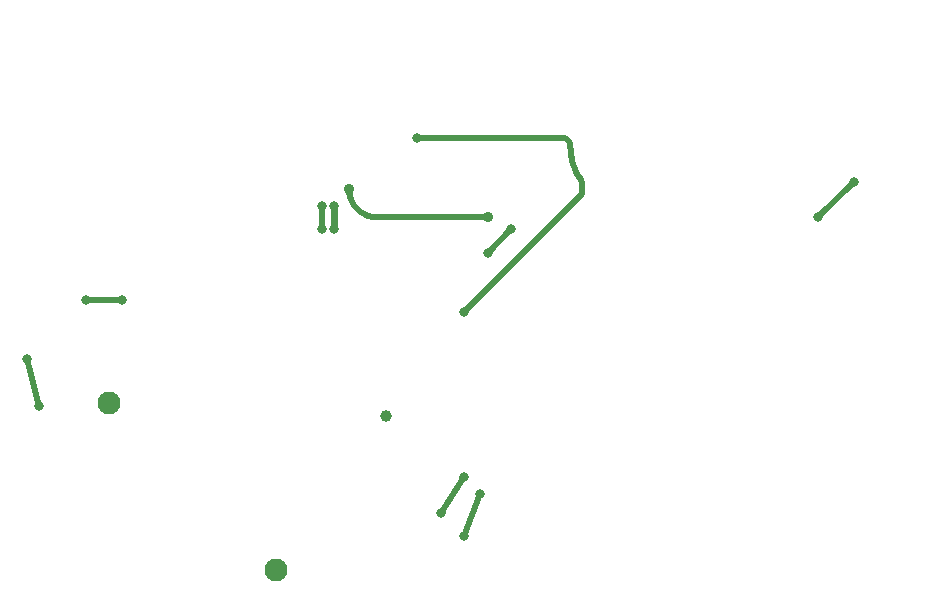
<source format=gtl>
G75*
%MOIN*%
%OFA0B0*%
%FSLAX25Y25*%
%IPPOS*%
%LPD*%
%AMOC8*
5,1,8,0,0,1.08239X$1,22.5*
%
%ADD10R,0.14961X0.00394*%
%ADD11R,0.06693X0.00394*%
%ADD12R,0.06299X0.00394*%
%ADD13R,0.04331X0.00394*%
%ADD14R,0.03150X0.00394*%
%ADD15R,0.01969X0.00394*%
%ADD16R,0.00394X0.00394*%
%ADD17R,0.02362X0.00394*%
%ADD18R,0.03543X0.00394*%
%ADD19R,0.03937X0.00394*%
%ADD20R,0.04724X0.00394*%
%ADD21R,0.11811X0.00394*%
%ADD22R,0.00787X0.00394*%
%ADD23R,0.01575X0.00394*%
%ADD24R,0.12598X0.00394*%
%ADD25R,0.13386X0.00394*%
%ADD26R,0.23622X0.00394*%
%ADD27R,0.24409X0.00394*%
%ADD28R,0.25984X0.00394*%
%ADD29R,0.25591X0.00394*%
%ADD30R,0.25197X0.00394*%
%ADD31R,0.24016X0.00394*%
%ADD32R,0.05512X0.00394*%
%ADD33R,0.08268X0.00394*%
%ADD34R,0.22835X0.00394*%
%ADD35R,0.10236X0.00394*%
%ADD36R,0.14567X0.00394*%
%ADD37R,0.15748X0.00394*%
%ADD38R,0.02756X0.00394*%
%ADD39R,0.27559X0.00394*%
%ADD40R,0.16535X0.00394*%
%ADD41R,0.30709X0.00394*%
%ADD42R,0.17323X0.00394*%
%ADD43R,0.18504X0.00394*%
%ADD44R,0.31496X0.00394*%
%ADD45R,0.08661X0.00394*%
%ADD46R,0.18898X0.00394*%
%ADD47R,0.19685X0.00394*%
%ADD48R,0.32283X0.00394*%
%ADD49R,0.11417X0.00394*%
%ADD50R,0.20472X0.00394*%
%ADD51R,0.21260X0.00394*%
%ADD52R,0.21654X0.00394*%
%ADD53R,0.14173X0.00394*%
%ADD54R,0.09843X0.00394*%
%ADD55R,0.09055X0.00394*%
%ADD56R,0.07480X0.00394*%
%ADD57R,0.07874X0.00394*%
%ADD58R,0.28346X0.00394*%
%ADD59R,0.16929X0.00394*%
%ADD60R,0.07087X0.00394*%
%ADD61R,0.05906X0.00394*%
%ADD62R,0.05118X0.00394*%
%ADD63R,0.31102X0.00394*%
%ADD64R,0.19291X0.00394*%
%ADD65R,0.09449X0.00394*%
%ADD66R,0.20079X0.00394*%
%ADD67R,0.13780X0.00394*%
%ADD68R,0.01181X0.00394*%
%ADD69R,0.10630X0.00394*%
%ADD70R,0.18110X0.00394*%
%ADD71R,0.16142X0.00394*%
%ADD72R,0.12992X0.00394*%
%ADD73R,0.12205X0.00394*%
%ADD74R,0.80709X0.00394*%
%ADD75R,0.80315X0.00394*%
%ADD76R,0.81102X0.00394*%
%ADD77R,0.81496X0.00394*%
%ADD78R,0.81890X0.00394*%
%ADD79R,0.82283X0.00394*%
%ADD80R,0.82677X0.00394*%
%ADD81R,0.83071X0.00394*%
%ADD82R,0.83465X0.00394*%
%ADD83R,0.83858X0.00394*%
%ADD84R,0.84252X0.00394*%
%ADD85R,0.84646X0.00394*%
%ADD86R,1.18110X0.00394*%
%ADD87R,1.17323X0.00394*%
%ADD88R,1.16929X0.00394*%
%ADD89R,1.16535X0.00394*%
%ADD90R,1.16142X0.00394*%
%ADD91R,1.15748X0.00394*%
%ADD92R,1.15354X0.00394*%
%ADD93R,1.14567X0.00394*%
%ADD94R,1.13780X0.00394*%
%ADD95R,1.13386X0.00394*%
%ADD96R,1.12992X0.00394*%
%ADD97R,0.15354X0.00394*%
%ADD98R,0.22441X0.00394*%
%ADD99R,0.24803X0.00394*%
%ADD100R,0.27165X0.00394*%
%ADD101R,0.28740X0.00394*%
%ADD102R,0.44094X0.00394*%
%ADD103R,0.48031X0.00394*%
%ADD104R,0.31890X0.00394*%
%ADD105R,0.30315X0.00394*%
%ADD106R,0.29921X0.00394*%
%ADD107R,0.11024X0.00394*%
%ADD108R,0.29528X0.00394*%
%ADD109R,0.23228X0.00394*%
%ADD110R,0.26378X0.00394*%
%ADD111R,0.42520X0.00394*%
%ADD112R,0.42126X0.00394*%
%ADD113R,0.41732X0.00394*%
%ADD114R,0.41339X0.00394*%
%ADD115R,0.40945X0.00394*%
%ADD116R,0.40157X0.00394*%
%ADD117R,0.39764X0.00394*%
%ADD118R,0.38976X0.00394*%
%ADD119R,0.38583X0.00394*%
%ADD120R,0.37402X0.00394*%
%ADD121R,0.36614X0.00394*%
%ADD122R,0.78740X0.00394*%
%ADD123R,0.35433X0.00394*%
%ADD124R,0.34646X0.00394*%
%ADD125R,0.79134X0.00394*%
%ADD126R,0.33465X0.00394*%
%ADD127R,0.33071X0.00394*%
%ADD128R,0.32677X0.00394*%
%ADD129R,0.58268X0.00394*%
%ADD130R,0.57480X0.00394*%
%ADD131R,0.56693X0.00394*%
%ADD132R,0.56299X0.00394*%
%ADD133R,0.55906X0.00394*%
%ADD134R,0.55118X0.00394*%
%ADD135R,0.54331X0.00394*%
%ADD136R,0.53543X0.00394*%
%ADD137R,0.52362X0.00394*%
%ADD138R,0.51181X0.00394*%
%ADD139R,0.50394X0.00394*%
%ADD140R,0.48819X0.00394*%
%ADD141R,0.47244X0.00394*%
%ADD142R,0.44882X0.00394*%
%ADD143C,0.07677*%
%ADD144C,0.03175*%
%ADD145C,0.02126*%
%ADD146C,0.02400*%
%ADD147C,0.03569*%
%ADD148C,0.03962*%
D10*
X0095354Y0106969D03*
X0175669Y0056575D03*
X0175669Y0056181D03*
X0175669Y0055787D03*
X0175669Y0055394D03*
X0175669Y0055000D03*
X0175669Y0054606D03*
X0175669Y0054213D03*
X0175669Y0053819D03*
X0175669Y0053425D03*
X0175669Y0053031D03*
X0175669Y0052638D03*
X0175669Y0052244D03*
X0175669Y0051850D03*
X0175669Y0051457D03*
X0175669Y0051063D03*
X0187480Y0080591D03*
X0187480Y0103819D03*
X0200472Y0128228D03*
X0200472Y0128622D03*
X0200472Y0129016D03*
X0200472Y0129409D03*
X0200472Y0129803D03*
X0200472Y0130197D03*
X0200472Y0130591D03*
X0200472Y0130984D03*
X0200472Y0131378D03*
X0200472Y0131772D03*
X0200472Y0132165D03*
X0200472Y0132559D03*
X0200472Y0132953D03*
X0200472Y0133346D03*
X0200472Y0133740D03*
X0288268Y0089646D03*
D11*
X0288465Y0086890D03*
X0294370Y0092402D03*
X0294370Y0100276D03*
X0293976Y0100669D03*
X0282165Y0100276D03*
X0269173Y0119567D03*
X0268780Y0120354D03*
X0268386Y0121142D03*
X0267992Y0121929D03*
X0267598Y0122717D03*
X0267598Y0123110D03*
X0267205Y0123504D03*
X0267205Y0123898D03*
X0266811Y0124291D03*
X0266811Y0124685D03*
X0266417Y0125079D03*
X0266417Y0125472D03*
X0266024Y0125866D03*
X0266024Y0126260D03*
X0266024Y0126654D03*
X0265630Y0127047D03*
X0265630Y0127441D03*
X0265236Y0127835D03*
X0265236Y0128228D03*
X0264843Y0129016D03*
X0264843Y0129409D03*
X0264449Y0129803D03*
X0264449Y0130197D03*
X0264055Y0130984D03*
X0264055Y0131378D03*
X0263661Y0131772D03*
X0263661Y0132165D03*
X0263268Y0132953D03*
X0263268Y0133346D03*
X0262874Y0134134D03*
X0262480Y0135315D03*
X0262087Y0136102D03*
X0262087Y0136496D03*
X0261693Y0137283D03*
X0261693Y0137677D03*
X0261299Y0138465D03*
X0261299Y0138858D03*
X0260906Y0139646D03*
X0260512Y0141220D03*
X0260118Y0142402D03*
X0259724Y0143583D03*
X0258937Y0146339D03*
X0258543Y0147520D03*
X0258150Y0149094D03*
X0257756Y0150276D03*
X0257362Y0151850D03*
X0256575Y0154606D03*
X0255394Y0158937D03*
X0251063Y0174291D03*
X0250669Y0175472D03*
X0250276Y0176260D03*
X0250276Y0176654D03*
X0249882Y0177441D03*
X0249882Y0177835D03*
X0249488Y0178622D03*
X0249488Y0179016D03*
X0249094Y0179803D03*
X0249094Y0180197D03*
X0248701Y0180591D03*
X0248701Y0180984D03*
X0248701Y0181378D03*
X0330591Y0205787D03*
X0331378Y0206969D03*
X0332165Y0208150D03*
X0332953Y0209331D03*
X0333740Y0210512D03*
X0334528Y0211693D03*
X0334921Y0212480D03*
X0199488Y0127047D03*
X0199094Y0125866D03*
X0198701Y0125079D03*
X0198701Y0124685D03*
X0198307Y0123898D03*
X0198307Y0123504D03*
X0197913Y0122717D03*
X0197913Y0122323D03*
X0197520Y0121535D03*
X0197126Y0120354D03*
X0206181Y0116024D03*
X0174685Y0119173D03*
X0174291Y0119961D03*
X0173898Y0120748D03*
X0173504Y0121535D03*
X0173110Y0122323D03*
X0172717Y0123110D03*
X0172323Y0123898D03*
X0171929Y0124685D03*
X0171535Y0125472D03*
X0171142Y0126260D03*
X0170748Y0127047D03*
X0170354Y0127835D03*
X0169961Y0128622D03*
X0169567Y0129409D03*
X0169173Y0130197D03*
X0168780Y0130984D03*
X0168386Y0131772D03*
X0167992Y0132559D03*
X0167598Y0133346D03*
X0167205Y0134134D03*
X0166811Y0134921D03*
X0166417Y0135709D03*
X0166024Y0136496D03*
X0165630Y0137283D03*
X0165236Y0138071D03*
X0164843Y0138858D03*
X0164449Y0139646D03*
X0164055Y0140433D03*
X0163661Y0141220D03*
X0163268Y0142008D03*
X0162874Y0142795D03*
X0162480Y0143583D03*
X0162087Y0144370D03*
X0161693Y0145157D03*
X0161299Y0145945D03*
X0160906Y0146732D03*
X0160512Y0147520D03*
X0160118Y0148307D03*
X0159724Y0149094D03*
X0159331Y0149882D03*
X0158937Y0150669D03*
X0158543Y0151457D03*
X0158150Y0151850D03*
X0158150Y0152244D03*
X0157756Y0152638D03*
X0157756Y0153031D03*
X0157362Y0153425D03*
X0157362Y0153819D03*
X0156969Y0154213D03*
X0156969Y0154606D03*
X0156575Y0155000D03*
X0156575Y0155394D03*
X0156181Y0155787D03*
X0156181Y0156181D03*
X0155787Y0156575D03*
X0155394Y0157362D03*
X0155000Y0158150D03*
X0154606Y0158937D03*
X0154213Y0159724D03*
X0153819Y0160512D03*
X0153425Y0161299D03*
X0153031Y0162087D03*
X0152638Y0162874D03*
X0152244Y0163661D03*
X0151850Y0164449D03*
X0151457Y0165236D03*
X0151063Y0166024D03*
X0150669Y0166811D03*
X0150276Y0167598D03*
X0149882Y0168386D03*
X0149488Y0169173D03*
X0149094Y0169961D03*
X0148701Y0170748D03*
X0148307Y0171535D03*
X0147913Y0172323D03*
X0147520Y0173110D03*
X0147126Y0173898D03*
X0146732Y0174685D03*
X0146339Y0175472D03*
X0145945Y0176260D03*
X0145551Y0177047D03*
X0145157Y0177835D03*
X0144764Y0178622D03*
X0144370Y0179409D03*
X0143976Y0180197D03*
X0143583Y0180984D03*
X0136102Y0180591D03*
X0135709Y0179803D03*
X0135315Y0179016D03*
X0134921Y0178622D03*
X0134921Y0178228D03*
X0134528Y0177835D03*
X0134528Y0177441D03*
X0134134Y0177047D03*
X0134134Y0176654D03*
X0133740Y0176260D03*
X0133740Y0175866D03*
X0133346Y0175472D03*
X0133346Y0175079D03*
X0132953Y0174685D03*
X0132953Y0174291D03*
X0132559Y0173898D03*
X0132559Y0173504D03*
X0132165Y0173110D03*
X0132165Y0172717D03*
X0131772Y0172323D03*
X0131772Y0171929D03*
X0131378Y0171535D03*
X0131378Y0171142D03*
X0130984Y0170748D03*
X0130984Y0170354D03*
X0130591Y0169961D03*
X0130591Y0169567D03*
X0130197Y0169173D03*
X0130197Y0168780D03*
X0129803Y0168386D03*
X0129409Y0167992D03*
X0129409Y0167598D03*
X0129016Y0167205D03*
X0129016Y0166811D03*
X0128622Y0166417D03*
X0128622Y0166024D03*
X0128228Y0165630D03*
X0128228Y0165236D03*
X0127835Y0164843D03*
X0127835Y0164449D03*
X0127441Y0164055D03*
X0127441Y0163661D03*
X0127047Y0163268D03*
X0127047Y0162874D03*
X0126654Y0162480D03*
X0126654Y0162087D03*
X0126260Y0161693D03*
X0126260Y0161299D03*
X0125866Y0160906D03*
X0125866Y0160512D03*
X0125472Y0160118D03*
X0125472Y0159724D03*
X0125079Y0159331D03*
X0125079Y0158937D03*
X0124685Y0158543D03*
X0124291Y0157756D03*
X0123898Y0156969D03*
X0123504Y0156181D03*
X0123110Y0155394D03*
X0122717Y0155000D03*
X0122717Y0154606D03*
X0122323Y0154213D03*
X0122323Y0153819D03*
X0121929Y0153425D03*
X0121929Y0153031D03*
X0121535Y0152638D03*
X0121535Y0152244D03*
X0121142Y0151850D03*
X0121142Y0151457D03*
X0120748Y0151063D03*
X0120748Y0150669D03*
X0120354Y0150276D03*
X0120354Y0149882D03*
X0119961Y0149488D03*
X0119961Y0149094D03*
X0119567Y0148701D03*
X0119567Y0148307D03*
X0119173Y0147913D03*
X0119173Y0147520D03*
X0118780Y0147126D03*
X0118386Y0146339D03*
X0117992Y0145551D03*
X0117598Y0144764D03*
X0117205Y0143976D03*
X0116811Y0143189D03*
X0116417Y0142402D03*
X0116024Y0142008D03*
X0116024Y0141614D03*
X0115630Y0141220D03*
X0115630Y0140827D03*
X0115236Y0140433D03*
X0115236Y0140039D03*
X0114843Y0139646D03*
X0114843Y0139252D03*
X0114449Y0138858D03*
X0114449Y0138465D03*
X0114055Y0138071D03*
X0114055Y0137677D03*
X0113661Y0137283D03*
X0113268Y0136496D03*
X0112874Y0135709D03*
X0112480Y0134921D03*
X0112087Y0134134D03*
X0111693Y0133346D03*
X0111299Y0132559D03*
X0110906Y0131772D03*
X0110512Y0130984D03*
X0110118Y0130197D03*
X0109724Y0129409D03*
X0109331Y0129016D03*
X0109331Y0128622D03*
X0108937Y0128228D03*
X0108937Y0127835D03*
X0108543Y0127441D03*
X0108150Y0126654D03*
X0107756Y0125866D03*
X0107362Y0125079D03*
X0106969Y0124291D03*
X0106575Y0123504D03*
X0106181Y0122717D03*
X0105787Y0121929D03*
X0105394Y0121142D03*
X0105000Y0120354D03*
X0104606Y0119567D03*
X0104213Y0118780D03*
X0103819Y0117992D03*
X0103425Y0117205D03*
X0103031Y0116417D03*
X0102638Y0116024D03*
X0102244Y0115236D03*
X0101850Y0114449D03*
X0101457Y0113661D03*
X0101063Y0112874D03*
X0100669Y0112087D03*
X0100276Y0111299D03*
X0099882Y0110512D03*
X0099488Y0109724D03*
X0104213Y0100669D03*
X0104606Y0099882D03*
X0104606Y0093189D03*
X0104606Y0092795D03*
X0104213Y0092402D03*
X0086496Y0092402D03*
X0086496Y0092795D03*
X0086102Y0093189D03*
X0086102Y0099488D03*
X0086496Y0100276D03*
X0178622Y0063268D03*
X0178228Y0062087D03*
X0177441Y0059331D03*
X0177047Y0058150D03*
X0176654Y0056969D03*
X0140039Y0188071D03*
X0139646Y0188858D03*
X0139252Y0189646D03*
X0138858Y0190433D03*
X0138465Y0191220D03*
X0138071Y0192008D03*
X0137677Y0192795D03*
X0137283Y0193583D03*
X0136890Y0194370D03*
X0136496Y0195157D03*
X0136102Y0195945D03*
X0135709Y0196732D03*
X0135315Y0197520D03*
X0134921Y0198307D03*
X0134528Y0199094D03*
X0134134Y0199882D03*
X0133740Y0200669D03*
X0152244Y0209724D03*
X0152244Y0210118D03*
X0152638Y0210512D03*
X0152638Y0216811D03*
X0152638Y0217205D03*
X0152244Y0217598D03*
X0152244Y0217992D03*
X0098307Y0217598D03*
X0097913Y0217205D03*
X0097913Y0216811D03*
X0098307Y0208543D03*
X0098701Y0207756D03*
X0098701Y0207362D03*
X0099094Y0206969D03*
D12*
X0098504Y0208150D03*
X0098110Y0208937D03*
X0098110Y0209331D03*
X0098110Y0209724D03*
X0097717Y0210118D03*
X0097717Y0210512D03*
X0097717Y0210906D03*
X0097717Y0211299D03*
X0097323Y0212480D03*
X0097323Y0212874D03*
X0097323Y0213268D03*
X0097323Y0213661D03*
X0097323Y0214055D03*
X0097323Y0214449D03*
X0097323Y0214843D03*
X0097323Y0215236D03*
X0097717Y0216024D03*
X0097717Y0216417D03*
X0136299Y0180984D03*
X0135906Y0180197D03*
X0135512Y0179409D03*
X0152835Y0210906D03*
X0152835Y0211299D03*
X0152835Y0211693D03*
X0153228Y0212480D03*
X0153228Y0212874D03*
X0153228Y0213268D03*
X0153228Y0213661D03*
X0153228Y0214055D03*
X0153228Y0214449D03*
X0153228Y0214843D03*
X0153228Y0215236D03*
X0152835Y0216024D03*
X0152835Y0216417D03*
X0249291Y0179409D03*
X0249685Y0178228D03*
X0250079Y0177047D03*
X0250472Y0175866D03*
X0250866Y0175079D03*
X0250866Y0174685D03*
X0251260Y0173898D03*
X0251260Y0173504D03*
X0251260Y0173110D03*
X0254803Y0161299D03*
X0254803Y0160906D03*
X0254803Y0160512D03*
X0255197Y0160118D03*
X0255197Y0159724D03*
X0255197Y0159331D03*
X0255591Y0158543D03*
X0255591Y0158150D03*
X0255591Y0157756D03*
X0255984Y0157362D03*
X0255984Y0156969D03*
X0255984Y0156575D03*
X0255984Y0156181D03*
X0256378Y0155787D03*
X0256378Y0155394D03*
X0256378Y0155000D03*
X0256772Y0154213D03*
X0256772Y0153819D03*
X0256772Y0153425D03*
X0257165Y0153031D03*
X0257165Y0152638D03*
X0257165Y0152244D03*
X0257559Y0151457D03*
X0257559Y0151063D03*
X0257559Y0150669D03*
X0257953Y0149882D03*
X0257953Y0149488D03*
X0258346Y0148701D03*
X0258346Y0148307D03*
X0258346Y0147913D03*
X0258740Y0147126D03*
X0258740Y0146732D03*
X0259134Y0145945D03*
X0259134Y0145551D03*
X0259134Y0145157D03*
X0259528Y0144764D03*
X0259528Y0144370D03*
X0259528Y0143976D03*
X0259921Y0143189D03*
X0259921Y0142795D03*
X0260315Y0142008D03*
X0260315Y0141614D03*
X0260709Y0140827D03*
X0260709Y0140433D03*
X0260709Y0140039D03*
X0261102Y0139252D03*
X0261496Y0138071D03*
X0261890Y0136890D03*
X0262283Y0135709D03*
X0262677Y0134921D03*
X0262677Y0134528D03*
X0263071Y0133740D03*
X0263465Y0132559D03*
X0264252Y0130591D03*
X0265039Y0128622D03*
X0281969Y0099882D03*
X0281969Y0092795D03*
X0282362Y0092402D03*
X0294567Y0092795D03*
X0199291Y0126260D03*
X0199291Y0126654D03*
X0199685Y0127441D03*
X0199685Y0127835D03*
X0198898Y0125472D03*
X0198504Y0124291D03*
X0198110Y0123110D03*
X0197717Y0121929D03*
X0197323Y0121142D03*
X0197323Y0120748D03*
X0196929Y0119961D03*
X0174488Y0118780D03*
X0105197Y0098701D03*
X0105197Y0098307D03*
X0105197Y0097913D03*
X0105197Y0097520D03*
X0105197Y0097126D03*
X0105197Y0095551D03*
X0105197Y0095157D03*
X0105197Y0094764D03*
X0105197Y0094370D03*
X0104803Y0093976D03*
X0104803Y0093583D03*
X0104803Y0099094D03*
X0104803Y0099488D03*
X0086299Y0099882D03*
X0085906Y0099094D03*
X0085906Y0098701D03*
X0085906Y0098307D03*
X0085512Y0097520D03*
X0085512Y0097126D03*
X0085512Y0096732D03*
X0085512Y0096339D03*
X0085512Y0095945D03*
X0085512Y0095551D03*
X0085512Y0095157D03*
X0085906Y0094370D03*
X0085906Y0093976D03*
X0085906Y0093583D03*
X0178819Y0064449D03*
X0178819Y0064055D03*
X0178819Y0063661D03*
X0178425Y0062874D03*
X0178425Y0062480D03*
X0178031Y0061693D03*
X0178031Y0061299D03*
X0178031Y0060906D03*
X0177638Y0060512D03*
X0177638Y0060118D03*
X0177638Y0059724D03*
X0177244Y0058937D03*
X0177244Y0058543D03*
X0176850Y0057756D03*
X0176850Y0057362D03*
D13*
X0178228Y0064843D03*
X0183740Y0077047D03*
X0183740Y0077441D03*
X0191220Y0077441D03*
X0191220Y0106969D03*
X0191220Y0107362D03*
X0183740Y0107362D03*
X0183740Y0106969D03*
X0173898Y0117992D03*
D14*
X0173701Y0117598D03*
X0177638Y0080591D03*
X0197323Y0080591D03*
X0177638Y0065236D03*
D15*
X0177047Y0065630D03*
X0197520Y0079803D03*
X0197520Y0104606D03*
X0206575Y0114055D03*
X0198701Y0118780D03*
X0177441Y0104606D03*
D16*
X0172717Y0116417D03*
X0176654Y0066024D03*
D17*
X0183937Y0076260D03*
X0177638Y0080197D03*
X0191024Y0076260D03*
X0197323Y0080197D03*
X0177638Y0104213D03*
X0183937Y0108150D03*
X0191024Y0108150D03*
X0173307Y0117205D03*
D18*
X0177835Y0103819D03*
X0197126Y0103819D03*
X0206575Y0114843D03*
X0198307Y0119173D03*
X0191220Y0076654D03*
X0183740Y0076654D03*
X0288465Y0086496D03*
D19*
X0191417Y0077047D03*
X0191417Y0107756D03*
X0183543Y0107756D03*
D20*
X0183937Y0106575D03*
X0191024Y0106575D03*
X0191024Y0106181D03*
X0206378Y0115236D03*
X0191024Y0078228D03*
X0191024Y0077835D03*
X0183937Y0077835D03*
X0183937Y0078228D03*
D21*
X0187480Y0078622D03*
X0187480Y0079016D03*
X0187480Y0079409D03*
X0187480Y0105000D03*
X0187480Y0105394D03*
X0187480Y0105787D03*
X0251260Y0163661D03*
X0251260Y0164055D03*
X0229606Y0206575D03*
X0095354Y0084921D03*
D22*
X0177244Y0079409D03*
X0197717Y0079409D03*
X0197717Y0105000D03*
X0187480Y0106181D03*
X0206772Y0113661D03*
D23*
X0177638Y0079803D03*
D24*
X0187480Y0079803D03*
X0187480Y0104606D03*
X0251260Y0163268D03*
X0228031Y0207362D03*
X0288268Y0088465D03*
D25*
X0288268Y0088858D03*
X0187480Y0080197D03*
X0095354Y0085315D03*
X0250866Y0162480D03*
D26*
X0187480Y0103425D03*
X0187480Y0101063D03*
X0187480Y0100669D03*
X0187480Y0099488D03*
X0187480Y0099094D03*
X0187480Y0085315D03*
X0187480Y0084921D03*
X0187480Y0083740D03*
X0187480Y0080984D03*
X0112677Y0199094D03*
D27*
X0187480Y0101457D03*
X0187480Y0098701D03*
X0187480Y0085709D03*
X0187480Y0082953D03*
X0187480Y0081378D03*
D28*
X0187480Y0081772D03*
X0187480Y0102638D03*
X0113071Y0199882D03*
D29*
X0187677Y0082165D03*
D30*
X0187480Y0082559D03*
X0187480Y0101850D03*
X0187480Y0102244D03*
X0187480Y0103031D03*
D31*
X0187677Y0083346D03*
D32*
X0095354Y0083740D03*
X0206378Y0115630D03*
X0281181Y0098701D03*
X0281181Y0098307D03*
X0281181Y0097913D03*
X0281181Y0094764D03*
X0281181Y0094370D03*
X0281575Y0093583D03*
X0295354Y0093976D03*
X0295354Y0094370D03*
X0295748Y0095157D03*
X0295748Y0095551D03*
X0295748Y0095945D03*
X0295748Y0096339D03*
X0295748Y0096732D03*
X0295748Y0097126D03*
X0295748Y0097520D03*
X0295354Y0098307D03*
X0295354Y0098701D03*
D33*
X0283740Y0091614D03*
X0278622Y0105000D03*
X0229016Y0141614D03*
X0229409Y0142008D03*
X0229803Y0142402D03*
X0228622Y0141220D03*
X0228228Y0140827D03*
X0227835Y0140433D03*
X0227441Y0140039D03*
X0227047Y0139646D03*
X0226654Y0139252D03*
X0225079Y0137283D03*
X0224685Y0136890D03*
X0224291Y0136496D03*
X0223898Y0136102D03*
X0223504Y0135709D03*
X0223110Y0135315D03*
X0222717Y0134921D03*
X0222323Y0134528D03*
X0221929Y0134134D03*
X0221535Y0133740D03*
X0219961Y0131772D03*
X0219567Y0131378D03*
X0219173Y0130984D03*
X0218780Y0130591D03*
X0218386Y0130197D03*
X0217992Y0129803D03*
X0217598Y0129409D03*
X0217205Y0129016D03*
X0216811Y0128622D03*
X0215236Y0126654D03*
X0214843Y0126260D03*
X0214449Y0125866D03*
X0214055Y0125472D03*
X0213661Y0125079D03*
X0213268Y0124685D03*
X0212874Y0124291D03*
X0212480Y0123898D03*
X0212087Y0123504D03*
X0211693Y0123110D03*
X0210118Y0121142D03*
X0209724Y0120748D03*
X0209331Y0120354D03*
X0208937Y0119961D03*
X0208543Y0119567D03*
X0208150Y0119173D03*
X0207756Y0118780D03*
X0207362Y0118386D03*
X0206969Y0117992D03*
X0206181Y0116811D03*
X0231378Y0144370D03*
X0231772Y0144764D03*
X0232165Y0145157D03*
X0232559Y0145551D03*
X0232953Y0145945D03*
X0233346Y0146339D03*
X0233740Y0146732D03*
X0234134Y0147126D03*
X0234528Y0147520D03*
X0236102Y0149488D03*
X0236496Y0149882D03*
X0236890Y0150276D03*
X0237283Y0150669D03*
X0237677Y0151063D03*
X0238071Y0151457D03*
X0238465Y0151850D03*
X0238858Y0152244D03*
X0239252Y0152638D03*
X0239646Y0153031D03*
X0241220Y0155000D03*
X0241614Y0155394D03*
X0242008Y0155787D03*
X0242402Y0156181D03*
X0242795Y0156575D03*
X0243189Y0156969D03*
X0243583Y0157362D03*
X0243976Y0157756D03*
X0244370Y0158150D03*
X0244764Y0158543D03*
X0246339Y0160512D03*
X0246732Y0160906D03*
X0247126Y0161299D03*
X0252244Y0166811D03*
X0238465Y0199488D03*
X0238071Y0199882D03*
X0237677Y0200276D03*
X0309331Y0173898D03*
X0310118Y0175079D03*
X0101850Y0203031D03*
X0101457Y0203425D03*
X0103031Y0102244D03*
X0102638Y0090433D03*
X0095551Y0084134D03*
X0088071Y0090433D03*
D34*
X0187480Y0084528D03*
X0187480Y0084134D03*
X0187480Y0099882D03*
X0187480Y0100276D03*
D35*
X0097323Y0108937D03*
X0089449Y0089646D03*
X0095354Y0084528D03*
X0251654Y0165236D03*
X0233150Y0204213D03*
X0232756Y0204606D03*
X0112283Y0195945D03*
X0103622Y0201850D03*
X0288268Y0087677D03*
D36*
X0250669Y0161693D03*
X0095551Y0085709D03*
D37*
X0095354Y0086102D03*
X0288268Y0090039D03*
D38*
X0206575Y0114449D03*
X0197520Y0104213D03*
X0173504Y0086102D03*
D39*
X0187480Y0091220D03*
X0187480Y0091614D03*
X0187480Y0092008D03*
X0187480Y0092402D03*
X0187480Y0092795D03*
X0187480Y0093189D03*
X0189055Y0086102D03*
X0140236Y0206575D03*
X0204409Y0219961D03*
D40*
X0288268Y0090433D03*
X0095354Y0086496D03*
D41*
X0187480Y0086496D03*
X0187480Y0086890D03*
X0187480Y0090433D03*
X0187480Y0093976D03*
X0187480Y0097913D03*
X0187480Y0098307D03*
X0135906Y0203819D03*
X0136693Y0204213D03*
X0137087Y0204606D03*
D42*
X0288268Y0091220D03*
X0095354Y0086890D03*
D43*
X0095551Y0087283D03*
D44*
X0187480Y0087283D03*
X0187480Y0087677D03*
X0187480Y0094370D03*
X0187480Y0096732D03*
X0187480Y0097126D03*
X0133937Y0202638D03*
X0133150Y0202244D03*
X0204409Y0217598D03*
D45*
X0236299Y0201457D03*
X0236693Y0201063D03*
X0237087Y0200669D03*
X0252047Y0166417D03*
X0246142Y0160118D03*
X0245748Y0159724D03*
X0245354Y0159331D03*
X0244961Y0158937D03*
X0241024Y0154606D03*
X0240630Y0154213D03*
X0240236Y0153819D03*
X0239843Y0153425D03*
X0235906Y0149094D03*
X0235512Y0148701D03*
X0235118Y0148307D03*
X0234724Y0147913D03*
X0231181Y0143976D03*
X0230787Y0143583D03*
X0230394Y0143189D03*
X0230000Y0142795D03*
X0226457Y0138858D03*
X0226063Y0138465D03*
X0225669Y0138071D03*
X0225276Y0137677D03*
X0221339Y0133346D03*
X0220945Y0132953D03*
X0220551Y0132559D03*
X0220157Y0132165D03*
X0216614Y0128228D03*
X0216220Y0127835D03*
X0215827Y0127441D03*
X0215433Y0127047D03*
X0211496Y0122717D03*
X0211102Y0122323D03*
X0210709Y0121929D03*
X0210315Y0121535D03*
X0206772Y0117598D03*
X0206378Y0117205D03*
X0288268Y0087283D03*
X0292992Y0091614D03*
X0150472Y0207756D03*
X0150472Y0219961D03*
X0100079Y0219961D03*
X0102441Y0102638D03*
X0088268Y0102638D03*
X0088661Y0090039D03*
D46*
X0095354Y0087677D03*
X0095354Y0105394D03*
X0112677Y0197520D03*
D47*
X0112677Y0197913D03*
X0095354Y0088071D03*
X0285118Y0104213D03*
X0285512Y0103819D03*
X0285906Y0103425D03*
X0286299Y0102638D03*
X0286693Y0102244D03*
X0287087Y0101850D03*
D48*
X0187480Y0096339D03*
X0187480Y0095945D03*
X0187480Y0095551D03*
X0187480Y0095157D03*
X0187480Y0094764D03*
X0187480Y0090039D03*
X0187480Y0089646D03*
X0187480Y0089252D03*
X0187480Y0088858D03*
X0187480Y0088465D03*
X0187480Y0088071D03*
D49*
X0096732Y0108543D03*
X0230197Y0206181D03*
X0251457Y0164449D03*
X0288465Y0088071D03*
D50*
X0095354Y0088465D03*
X0095354Y0104213D03*
D51*
X0095354Y0103819D03*
X0095354Y0088858D03*
X0112677Y0198307D03*
D52*
X0095551Y0103425D03*
X0095551Y0089252D03*
D53*
X0226457Y0208150D03*
X0288268Y0089252D03*
D54*
X0251850Y0165630D03*
X0234134Y0203425D03*
X0233740Y0203819D03*
X0347126Y0199882D03*
X0347913Y0201063D03*
X0350669Y0205000D03*
X0351457Y0206181D03*
X0352244Y0207362D03*
X0353031Y0208543D03*
X0353819Y0209724D03*
X0354213Y0210118D03*
X0354606Y0210906D03*
X0355000Y0211299D03*
X0355394Y0212087D03*
X0355787Y0212480D03*
X0101457Y0089646D03*
D55*
X0102244Y0090039D03*
X0101850Y0103031D03*
X0236102Y0201850D03*
X0235709Y0202244D03*
X0328622Y0173110D03*
X0329016Y0173504D03*
X0329409Y0173898D03*
X0329409Y0174291D03*
X0329803Y0174685D03*
X0330197Y0175079D03*
X0330197Y0175472D03*
X0330591Y0175866D03*
X0330984Y0176260D03*
X0330984Y0176654D03*
X0331378Y0177047D03*
X0331772Y0177441D03*
X0332165Y0178228D03*
X0332559Y0178622D03*
X0332953Y0179409D03*
X0333346Y0179803D03*
X0333740Y0180591D03*
X0334134Y0180984D03*
X0334921Y0182165D03*
X0335315Y0182559D03*
X0335709Y0183346D03*
X0336102Y0183740D03*
X0336496Y0184528D03*
X0336890Y0184921D03*
X0337283Y0185709D03*
X0337677Y0186102D03*
X0338465Y0187283D03*
X0339252Y0188465D03*
X0340039Y0189646D03*
X0340827Y0190827D03*
X0342008Y0192402D03*
X0342795Y0193583D03*
X0343583Y0194764D03*
X0282559Y0101063D03*
X0102244Y0202638D03*
D56*
X0100669Y0204213D03*
X0100276Y0204606D03*
X0099882Y0205394D03*
X0099094Y0218780D03*
X0240827Y0196339D03*
X0241220Y0195945D03*
X0241614Y0195551D03*
X0241614Y0195157D03*
X0242008Y0194764D03*
X0242402Y0193976D03*
X0242795Y0193583D03*
X0242795Y0193189D03*
X0243189Y0192795D03*
X0243583Y0192008D03*
X0243976Y0191220D03*
X0263268Y0179016D03*
X0263268Y0178622D03*
X0262874Y0178228D03*
X0262480Y0177441D03*
X0262087Y0177047D03*
X0261693Y0176260D03*
X0261299Y0175866D03*
X0260906Y0175079D03*
X0260512Y0174685D03*
X0260118Y0173898D03*
X0259724Y0173504D03*
X0263661Y0179409D03*
X0264055Y0179803D03*
X0264055Y0180197D03*
X0264449Y0180591D03*
X0264843Y0181378D03*
X0265236Y0181772D03*
X0265630Y0182559D03*
X0266024Y0182953D03*
X0266417Y0183740D03*
X0266811Y0184134D03*
X0267205Y0184921D03*
X0267598Y0185315D03*
X0267598Y0185709D03*
X0267992Y0186102D03*
X0268386Y0186496D03*
X0268386Y0186890D03*
X0268780Y0187283D03*
X0269173Y0188071D03*
X0269567Y0188465D03*
X0269961Y0189252D03*
X0270354Y0189646D03*
X0270748Y0190433D03*
X0271142Y0190827D03*
X0271142Y0191220D03*
X0271535Y0191614D03*
X0271929Y0192008D03*
X0271929Y0192402D03*
X0272323Y0192795D03*
X0272717Y0193189D03*
X0272717Y0193583D03*
X0273110Y0193976D03*
X0273504Y0194370D03*
X0273504Y0194764D03*
X0273898Y0195157D03*
X0274291Y0195551D03*
X0274291Y0195945D03*
X0274685Y0196339D03*
X0275079Y0197126D03*
X0275472Y0197520D03*
X0275866Y0198307D03*
X0276260Y0198701D03*
X0276654Y0199488D03*
X0277047Y0199882D03*
X0277441Y0200669D03*
X0277835Y0201063D03*
X0278228Y0201850D03*
X0278622Y0202244D03*
X0279016Y0203031D03*
X0279409Y0203425D03*
X0279803Y0204213D03*
X0280591Y0205394D03*
X0281378Y0206575D03*
X0282165Y0207756D03*
X0282953Y0208937D03*
X0283740Y0210118D03*
X0284528Y0211299D03*
X0296339Y0203425D03*
X0296732Y0203819D03*
X0297126Y0204606D03*
X0297520Y0205000D03*
X0297913Y0205787D03*
X0298307Y0206181D03*
X0298701Y0206969D03*
X0299094Y0207362D03*
X0299488Y0208150D03*
X0300276Y0209331D03*
X0300669Y0210118D03*
X0301063Y0210512D03*
X0301457Y0211299D03*
X0301850Y0211693D03*
X0302244Y0212480D03*
X0295945Y0202638D03*
X0295551Y0202244D03*
X0295157Y0201457D03*
X0294370Y0200276D03*
X0293976Y0199488D03*
X0293583Y0199094D03*
X0293189Y0198307D03*
X0292795Y0197913D03*
X0292402Y0197126D03*
X0292008Y0196732D03*
X0291614Y0195945D03*
X0291220Y0195551D03*
X0290827Y0194764D03*
X0290433Y0194370D03*
X0290039Y0193583D03*
X0289252Y0192402D03*
X0288465Y0191220D03*
X0288071Y0190433D03*
X0287677Y0190039D03*
X0287283Y0189252D03*
X0286890Y0188858D03*
X0286496Y0188071D03*
X0286102Y0187677D03*
X0285709Y0186890D03*
X0285315Y0186496D03*
X0284921Y0185709D03*
X0284528Y0185315D03*
X0284134Y0184528D03*
X0283346Y0183346D03*
X0282953Y0182559D03*
X0282559Y0182165D03*
X0282165Y0181378D03*
X0281772Y0180984D03*
X0281378Y0180197D03*
X0280984Y0179803D03*
X0280591Y0179016D03*
X0280197Y0178622D03*
X0279803Y0177835D03*
X0279409Y0177441D03*
X0279016Y0176654D03*
X0278228Y0175472D03*
X0277835Y0174685D03*
X0277441Y0174291D03*
X0277047Y0173504D03*
X0276654Y0173110D03*
X0294370Y0173898D03*
X0294764Y0174685D03*
X0295157Y0175079D03*
X0295551Y0175866D03*
X0295945Y0176260D03*
X0296339Y0177047D03*
X0296732Y0177441D03*
X0297126Y0178228D03*
X0297520Y0178622D03*
X0297913Y0179409D03*
X0298307Y0179803D03*
X0298701Y0180591D03*
X0299488Y0181772D03*
X0299882Y0182559D03*
X0300276Y0182953D03*
X0300669Y0183740D03*
X0301063Y0184134D03*
X0301457Y0184921D03*
X0301850Y0185315D03*
X0302244Y0186102D03*
X0302638Y0186496D03*
X0303031Y0187283D03*
X0303425Y0187677D03*
X0303819Y0188465D03*
X0304606Y0189646D03*
X0305000Y0190433D03*
X0305394Y0190827D03*
X0305787Y0191614D03*
X0306181Y0192008D03*
X0306575Y0192795D03*
X0306969Y0193189D03*
X0307362Y0193976D03*
X0307756Y0194370D03*
X0308150Y0195157D03*
X0308543Y0195551D03*
X0308937Y0196339D03*
X0309331Y0196732D03*
X0309724Y0197520D03*
X0310512Y0198701D03*
X0310906Y0199488D03*
X0311299Y0199882D03*
X0311693Y0200669D03*
X0312087Y0201063D03*
X0312480Y0201850D03*
X0312874Y0202244D03*
X0313268Y0203031D03*
X0313661Y0203425D03*
X0314055Y0204213D03*
X0314449Y0204606D03*
X0314843Y0205394D03*
X0315630Y0206575D03*
X0316024Y0207362D03*
X0316417Y0207756D03*
X0316811Y0208543D03*
X0317205Y0208937D03*
X0317598Y0209724D03*
X0317992Y0210118D03*
X0318386Y0210906D03*
X0318780Y0211299D03*
X0319173Y0212087D03*
X0319567Y0212480D03*
X0329016Y0203425D03*
X0328228Y0202244D03*
X0327441Y0201063D03*
X0326654Y0199882D03*
X0325866Y0198701D03*
X0325079Y0197520D03*
X0324291Y0196339D03*
X0323898Y0195551D03*
X0323504Y0195157D03*
X0323110Y0194764D03*
X0323110Y0194370D03*
X0322717Y0193976D03*
X0322323Y0193583D03*
X0322323Y0193189D03*
X0321929Y0192795D03*
X0321535Y0192402D03*
X0321535Y0192008D03*
X0321142Y0191614D03*
X0320748Y0191220D03*
X0320748Y0190827D03*
X0320354Y0190433D03*
X0319961Y0190039D03*
X0319961Y0189646D03*
X0319567Y0189252D03*
X0319173Y0188858D03*
X0319173Y0188465D03*
X0318780Y0188071D03*
X0318386Y0187677D03*
X0318386Y0187283D03*
X0317992Y0186890D03*
X0317598Y0186102D03*
X0317205Y0185709D03*
X0316417Y0184528D03*
X0315630Y0183346D03*
X0314843Y0182165D03*
X0314055Y0180984D03*
X0272323Y0114055D03*
X0272717Y0113268D03*
X0273110Y0112874D03*
X0273504Y0112087D03*
X0273898Y0111693D03*
X0274291Y0110906D03*
X0274685Y0110512D03*
X0274685Y0110118D03*
X0275079Y0109724D03*
X0275472Y0109331D03*
X0275866Y0108543D03*
X0276260Y0108150D03*
X0288465Y0105787D03*
X0206181Y0116417D03*
X0103425Y0101850D03*
X0103819Y0091614D03*
X0103425Y0091220D03*
X0087677Y0090827D03*
X0087283Y0091220D03*
X0086890Y0101063D03*
X0087283Y0101457D03*
D57*
X0087480Y0101850D03*
X0087874Y0102244D03*
X0098898Y0109331D03*
X0103228Y0090827D03*
X0240630Y0196732D03*
X0240236Y0197126D03*
X0239843Y0197520D03*
X0239843Y0197913D03*
X0239449Y0198307D03*
X0239055Y0198701D03*
X0238661Y0199094D03*
X0308740Y0173110D03*
X0309134Y0173504D03*
X0309528Y0174291D03*
X0309921Y0174685D03*
X0310315Y0175472D03*
X0310709Y0175866D03*
X0311102Y0176260D03*
X0311102Y0176654D03*
X0311496Y0177047D03*
X0311890Y0177441D03*
X0311890Y0177835D03*
X0312283Y0178228D03*
X0312677Y0178622D03*
X0312677Y0179016D03*
X0313071Y0179409D03*
X0313465Y0179803D03*
X0313465Y0180197D03*
X0313858Y0180591D03*
X0314252Y0181378D03*
X0314646Y0181772D03*
X0315039Y0182559D03*
X0315433Y0182953D03*
X0315827Y0183740D03*
X0316220Y0184134D03*
X0316614Y0184921D03*
X0317008Y0185315D03*
X0317795Y0186496D03*
X0275669Y0108937D03*
X0276457Y0107756D03*
X0276850Y0107362D03*
X0277244Y0106969D03*
X0277244Y0106575D03*
X0277638Y0106181D03*
X0278031Y0105787D03*
X0278425Y0105394D03*
X0282362Y0100669D03*
X0293386Y0101063D03*
X0151260Y0208543D03*
X0150866Y0208150D03*
X0151260Y0219173D03*
X0150866Y0219567D03*
X0100866Y0203819D03*
X0099291Y0219173D03*
X0099685Y0219567D03*
D58*
X0187480Y0093583D03*
X0187480Y0090827D03*
D59*
X0095551Y0106181D03*
X0112480Y0197126D03*
X0145945Y0206969D03*
X0288465Y0090827D03*
D60*
X0293780Y0092008D03*
X0282756Y0092008D03*
X0274094Y0111299D03*
X0273307Y0112480D03*
X0272520Y0113661D03*
X0272126Y0114449D03*
X0271732Y0114843D03*
X0271732Y0115236D03*
X0271339Y0115630D03*
X0271339Y0116024D03*
X0270945Y0116417D03*
X0270551Y0116811D03*
X0270551Y0117205D03*
X0270157Y0117598D03*
X0270157Y0117992D03*
X0269764Y0118386D03*
X0269764Y0118780D03*
X0269370Y0119173D03*
X0268976Y0119961D03*
X0268583Y0120748D03*
X0268189Y0121535D03*
X0267795Y0122323D03*
X0259528Y0173110D03*
X0260315Y0174291D03*
X0261102Y0175472D03*
X0261890Y0176654D03*
X0262677Y0177835D03*
X0264646Y0180984D03*
X0265433Y0182165D03*
X0266220Y0183346D03*
X0267008Y0184528D03*
X0268976Y0187677D03*
X0269764Y0188858D03*
X0270551Y0190039D03*
X0274882Y0196732D03*
X0275669Y0197913D03*
X0276457Y0199094D03*
X0277244Y0200276D03*
X0278031Y0201457D03*
X0278819Y0202638D03*
X0279606Y0203819D03*
X0280000Y0204606D03*
X0280394Y0205000D03*
X0280787Y0205787D03*
X0281181Y0206181D03*
X0281575Y0206969D03*
X0281969Y0207362D03*
X0282362Y0208150D03*
X0282756Y0208543D03*
X0283150Y0209331D03*
X0283543Y0209724D03*
X0283937Y0210512D03*
X0284331Y0210906D03*
X0284724Y0211693D03*
X0285118Y0212087D03*
X0285118Y0212480D03*
X0296929Y0204213D03*
X0297717Y0205394D03*
X0298504Y0206575D03*
X0299291Y0207756D03*
X0299685Y0208543D03*
X0300079Y0208937D03*
X0300472Y0209724D03*
X0301260Y0210906D03*
X0302047Y0212087D03*
X0296142Y0203031D03*
X0295354Y0201850D03*
X0294961Y0201063D03*
X0294567Y0200669D03*
X0294173Y0199882D03*
X0293386Y0198701D03*
X0292598Y0197520D03*
X0291811Y0196339D03*
X0291024Y0195157D03*
X0290236Y0193976D03*
X0289843Y0193189D03*
X0289449Y0192795D03*
X0289055Y0192008D03*
X0288661Y0191614D03*
X0288268Y0190827D03*
X0287480Y0189646D03*
X0286693Y0188465D03*
X0285906Y0187283D03*
X0285118Y0186102D03*
X0284331Y0184921D03*
X0283937Y0184134D03*
X0283543Y0183740D03*
X0283150Y0182953D03*
X0282362Y0181772D03*
X0281575Y0180591D03*
X0280787Y0179409D03*
X0280000Y0178228D03*
X0279213Y0177047D03*
X0278819Y0176260D03*
X0278425Y0175866D03*
X0278031Y0175079D03*
X0277244Y0173898D03*
X0293780Y0173110D03*
X0294173Y0173504D03*
X0294567Y0174291D03*
X0295354Y0175472D03*
X0296142Y0176654D03*
X0296929Y0177835D03*
X0297717Y0179016D03*
X0298504Y0180197D03*
X0298898Y0180984D03*
X0299291Y0181378D03*
X0299685Y0182165D03*
X0300472Y0183346D03*
X0301260Y0184528D03*
X0302047Y0185709D03*
X0302835Y0186890D03*
X0303622Y0188071D03*
X0304016Y0188858D03*
X0304409Y0189252D03*
X0304803Y0190039D03*
X0305591Y0191220D03*
X0306378Y0192402D03*
X0307165Y0193583D03*
X0307953Y0194764D03*
X0308740Y0195945D03*
X0309528Y0197126D03*
X0309921Y0197913D03*
X0310315Y0198307D03*
X0310709Y0199094D03*
X0311496Y0200276D03*
X0312283Y0201457D03*
X0313071Y0202638D03*
X0313858Y0203819D03*
X0314646Y0205000D03*
X0315039Y0205787D03*
X0315433Y0206181D03*
X0315827Y0206969D03*
X0316614Y0208150D03*
X0317402Y0209331D03*
X0318189Y0210512D03*
X0318976Y0211693D03*
X0329606Y0204606D03*
X0329606Y0204213D03*
X0329213Y0203819D03*
X0328819Y0203031D03*
X0328425Y0202638D03*
X0328031Y0201850D03*
X0327638Y0201457D03*
X0327244Y0200669D03*
X0326850Y0200276D03*
X0326457Y0199488D03*
X0326063Y0199094D03*
X0325669Y0198307D03*
X0325276Y0197913D03*
X0324882Y0197126D03*
X0324488Y0196732D03*
X0324094Y0195945D03*
X0330000Y0205000D03*
X0330394Y0205394D03*
X0330787Y0206181D03*
X0331181Y0206575D03*
X0331575Y0207362D03*
X0331969Y0207756D03*
X0332362Y0208543D03*
X0332756Y0208937D03*
X0333150Y0209724D03*
X0333543Y0210118D03*
X0333937Y0210906D03*
X0334331Y0211299D03*
X0334724Y0212087D03*
X0245748Y0188071D03*
X0245354Y0188465D03*
X0245354Y0188858D03*
X0244961Y0189252D03*
X0244961Y0189646D03*
X0244567Y0190039D03*
X0244567Y0190433D03*
X0244173Y0190827D03*
X0243780Y0191614D03*
X0243386Y0192402D03*
X0242205Y0194370D03*
X0160315Y0147913D03*
X0160709Y0147126D03*
X0161102Y0146339D03*
X0161496Y0145551D03*
X0161890Y0144764D03*
X0162283Y0143976D03*
X0162677Y0143189D03*
X0163071Y0142402D03*
X0163465Y0141614D03*
X0163858Y0140827D03*
X0164252Y0140039D03*
X0164646Y0139252D03*
X0165039Y0138465D03*
X0165433Y0137677D03*
X0165827Y0136890D03*
X0166220Y0136102D03*
X0166614Y0135315D03*
X0167008Y0134528D03*
X0167402Y0133740D03*
X0167795Y0132953D03*
X0168189Y0132165D03*
X0168583Y0131378D03*
X0168976Y0130591D03*
X0169370Y0129803D03*
X0169764Y0129016D03*
X0170157Y0128228D03*
X0170551Y0127441D03*
X0170945Y0126654D03*
X0171339Y0125866D03*
X0171732Y0125079D03*
X0172126Y0124291D03*
X0172520Y0123504D03*
X0172913Y0122717D03*
X0173307Y0121929D03*
X0173701Y0121142D03*
X0174094Y0120354D03*
X0174488Y0119567D03*
X0159921Y0148701D03*
X0159528Y0149488D03*
X0159134Y0150276D03*
X0158740Y0151063D03*
X0155591Y0156969D03*
X0155197Y0157756D03*
X0154803Y0158543D03*
X0154409Y0159331D03*
X0154016Y0160118D03*
X0153622Y0160906D03*
X0153228Y0161693D03*
X0152835Y0162480D03*
X0152441Y0163268D03*
X0152047Y0164055D03*
X0151654Y0164843D03*
X0151260Y0165630D03*
X0150866Y0166417D03*
X0150472Y0167205D03*
X0150079Y0167992D03*
X0149685Y0168780D03*
X0149291Y0169567D03*
X0148898Y0170354D03*
X0148504Y0171142D03*
X0148110Y0171929D03*
X0147717Y0172717D03*
X0147323Y0173504D03*
X0146929Y0174291D03*
X0146535Y0175079D03*
X0146142Y0175866D03*
X0145748Y0176654D03*
X0145354Y0177441D03*
X0144961Y0178228D03*
X0144567Y0179016D03*
X0144173Y0179803D03*
X0143780Y0180591D03*
X0139843Y0188465D03*
X0139449Y0189252D03*
X0139055Y0190039D03*
X0138661Y0190827D03*
X0138268Y0191614D03*
X0137874Y0192402D03*
X0137480Y0193189D03*
X0137087Y0193976D03*
X0136693Y0194764D03*
X0136299Y0195551D03*
X0135906Y0196339D03*
X0135512Y0197126D03*
X0135118Y0197913D03*
X0134724Y0198701D03*
X0134331Y0199488D03*
X0133937Y0200276D03*
X0151654Y0208937D03*
X0152047Y0209331D03*
X0152047Y0218386D03*
X0151654Y0218780D03*
X0100079Y0205000D03*
X0099685Y0205787D03*
X0099291Y0206181D03*
X0099291Y0206575D03*
X0098504Y0217992D03*
X0098504Y0218386D03*
X0124488Y0158150D03*
X0124094Y0157362D03*
X0123701Y0156575D03*
X0123307Y0155787D03*
X0118583Y0146732D03*
X0118189Y0145945D03*
X0117795Y0145157D03*
X0117402Y0144370D03*
X0117008Y0143583D03*
X0116614Y0142795D03*
X0113465Y0136890D03*
X0113071Y0136102D03*
X0112677Y0135315D03*
X0112283Y0134528D03*
X0111890Y0133740D03*
X0111496Y0132953D03*
X0111102Y0132165D03*
X0110709Y0131378D03*
X0110315Y0130591D03*
X0109921Y0129803D03*
X0108346Y0127047D03*
X0107953Y0126260D03*
X0107559Y0125472D03*
X0107165Y0124685D03*
X0106772Y0123898D03*
X0106378Y0123110D03*
X0105984Y0122323D03*
X0105591Y0121535D03*
X0105197Y0120748D03*
X0104803Y0119961D03*
X0104409Y0119173D03*
X0104016Y0118386D03*
X0103622Y0117598D03*
X0103228Y0116811D03*
X0102441Y0115630D03*
X0102047Y0114843D03*
X0101654Y0114055D03*
X0101260Y0113268D03*
X0100866Y0112480D03*
X0100472Y0111693D03*
X0100079Y0110906D03*
X0099685Y0110118D03*
X0103622Y0101457D03*
X0104016Y0101063D03*
X0104409Y0100276D03*
X0104016Y0092008D03*
X0087087Y0091614D03*
X0086693Y0092008D03*
X0086693Y0100669D03*
D61*
X0085709Y0097913D03*
X0085709Y0094764D03*
X0105394Y0095945D03*
X0105394Y0096339D03*
X0105394Y0096732D03*
X0112087Y0195551D03*
X0097520Y0211693D03*
X0097520Y0212087D03*
X0097520Y0215630D03*
X0153031Y0215630D03*
X0153031Y0212087D03*
X0294764Y0099882D03*
X0295157Y0099488D03*
X0295157Y0099094D03*
X0295157Y0093583D03*
X0294764Y0093189D03*
X0281772Y0093189D03*
X0281378Y0093976D03*
X0281378Y0099094D03*
X0281772Y0099488D03*
D62*
X0280984Y0097520D03*
X0280984Y0097126D03*
X0280984Y0096732D03*
X0280984Y0096339D03*
X0280984Y0095945D03*
X0280984Y0095551D03*
X0280984Y0095157D03*
X0295551Y0094764D03*
X0295551Y0097913D03*
X0288465Y0106181D03*
X0197520Y0119567D03*
X0184134Y0106181D03*
X0174291Y0118386D03*
D63*
X0187677Y0097520D03*
X0134921Y0203031D03*
X0135315Y0203425D03*
X0204213Y0217992D03*
D64*
X0095551Y0105000D03*
X0284528Y0104606D03*
X0287283Y0101457D03*
D65*
X0288268Y0105394D03*
X0252047Y0166024D03*
X0235118Y0202638D03*
X0234724Y0203031D03*
X0149685Y0207362D03*
X0149685Y0220354D03*
X0100866Y0220354D03*
X0102835Y0202244D03*
X0089055Y0103031D03*
X0331969Y0177835D03*
X0332756Y0179016D03*
X0333543Y0180197D03*
X0334331Y0181378D03*
X0334724Y0181772D03*
X0335512Y0182953D03*
X0336299Y0184134D03*
X0337087Y0185315D03*
X0337874Y0186496D03*
X0338268Y0186890D03*
X0338661Y0187677D03*
X0339055Y0188071D03*
X0339449Y0188858D03*
X0339843Y0189252D03*
X0340236Y0190039D03*
X0340630Y0190433D03*
X0341024Y0191220D03*
X0341417Y0191614D03*
X0341811Y0192008D03*
X0342205Y0192795D03*
X0342598Y0193189D03*
X0342992Y0193976D03*
X0343386Y0194370D03*
X0343780Y0195157D03*
X0344173Y0195551D03*
X0344567Y0195945D03*
X0344567Y0196339D03*
X0344961Y0196732D03*
X0345354Y0197126D03*
X0345354Y0197520D03*
X0345748Y0197913D03*
X0346142Y0198307D03*
X0346142Y0198701D03*
X0346535Y0199094D03*
X0346929Y0199488D03*
X0347323Y0200276D03*
X0347717Y0200669D03*
X0348110Y0201457D03*
X0348504Y0201850D03*
X0348898Y0202244D03*
X0348898Y0202638D03*
X0349291Y0203031D03*
X0349685Y0203425D03*
X0349685Y0203819D03*
X0350079Y0204213D03*
X0350472Y0204606D03*
X0350866Y0205394D03*
X0351260Y0205787D03*
X0351654Y0206575D03*
X0352047Y0206969D03*
X0352441Y0207756D03*
X0352835Y0208150D03*
X0353228Y0208937D03*
X0353622Y0209331D03*
X0354409Y0210512D03*
X0355197Y0211693D03*
D66*
X0286102Y0103031D03*
X0095551Y0104606D03*
D67*
X0095551Y0107362D03*
X0187677Y0104213D03*
X0250669Y0162087D03*
X0140039Y0181378D03*
D68*
X0199094Y0118386D03*
X0177441Y0105000D03*
X0173110Y0116811D03*
D69*
X0251457Y0164843D03*
X0232165Y0205000D03*
X0288465Y0105000D03*
D70*
X0095354Y0105787D03*
D71*
X0095551Y0106575D03*
D72*
X0095551Y0107756D03*
X0112480Y0196339D03*
X0227441Y0207756D03*
X0251063Y0162874D03*
D73*
X0229016Y0206969D03*
X0095945Y0108150D03*
D74*
X0288858Y0167205D03*
X0290039Y0168780D03*
D75*
X0289843Y0168386D03*
X0289449Y0167992D03*
X0289055Y0167598D03*
D76*
X0289843Y0169173D03*
D77*
X0290039Y0169567D03*
D78*
X0290236Y0169961D03*
D79*
X0290039Y0170354D03*
D80*
X0290236Y0170748D03*
D81*
X0290433Y0171142D03*
D82*
X0290236Y0171535D03*
D83*
X0290433Y0171929D03*
D84*
X0290630Y0172323D03*
D85*
X0290827Y0172717D03*
D86*
X0192598Y0181772D03*
X0192598Y0182165D03*
D87*
X0192598Y0182559D03*
X0192598Y0182953D03*
D88*
X0192795Y0183346D03*
D89*
X0192598Y0183740D03*
D90*
X0192795Y0184134D03*
D91*
X0192598Y0184528D03*
D92*
X0192795Y0184921D03*
X0192795Y0185315D03*
D93*
X0192795Y0185709D03*
X0192795Y0186102D03*
D94*
X0192795Y0186496D03*
X0192795Y0186890D03*
D95*
X0192992Y0187283D03*
D96*
X0192795Y0187677D03*
D97*
X0112480Y0196732D03*
D98*
X0112874Y0198701D03*
D99*
X0112874Y0199488D03*
X0204213Y0207756D03*
X0204213Y0220748D03*
D100*
X0113268Y0200276D03*
D101*
X0113661Y0200669D03*
X0139252Y0206181D03*
X0204213Y0219567D03*
D102*
X0120945Y0201063D03*
D103*
X0122520Y0201457D03*
D104*
X0131772Y0201850D03*
X0204213Y0216811D03*
X0204213Y0217205D03*
D105*
X0204213Y0218386D03*
X0137677Y0205000D03*
D106*
X0138268Y0205394D03*
X0204409Y0218780D03*
D107*
X0230787Y0205787D03*
X0231575Y0205394D03*
D108*
X0204213Y0219173D03*
X0138858Y0205787D03*
D109*
X0204213Y0207362D03*
X0204213Y0221142D03*
D110*
X0204213Y0220354D03*
X0204213Y0208150D03*
D111*
X0211102Y0208937D03*
X0211496Y0208543D03*
X0125276Y0226260D03*
D112*
X0210512Y0209331D03*
D113*
X0209921Y0209724D03*
D114*
X0209724Y0210118D03*
D115*
X0209134Y0210512D03*
D116*
X0208740Y0210906D03*
D117*
X0208150Y0211299D03*
D118*
X0207756Y0211693D03*
D119*
X0207165Y0212087D03*
D120*
X0206575Y0212480D03*
D121*
X0206181Y0212874D03*
D122*
X0321339Y0212874D03*
X0321732Y0213268D03*
X0322520Y0214449D03*
X0323307Y0215630D03*
X0324094Y0216811D03*
X0324882Y0217992D03*
X0325276Y0218780D03*
D123*
X0205591Y0213268D03*
D124*
X0205197Y0213661D03*
D125*
X0321929Y0213661D03*
X0322323Y0214055D03*
X0322717Y0214843D03*
X0323110Y0215236D03*
X0323504Y0216024D03*
X0323898Y0216417D03*
X0324291Y0217205D03*
X0324685Y0217598D03*
X0325079Y0218386D03*
D126*
X0204606Y0214055D03*
D127*
X0204409Y0214449D03*
X0204409Y0214843D03*
D128*
X0204213Y0215236D03*
X0204213Y0215630D03*
X0204213Y0216024D03*
X0204213Y0216417D03*
D129*
X0125276Y0220748D03*
D130*
X0125276Y0221142D03*
D131*
X0125276Y0221535D03*
D132*
X0125472Y0221929D03*
D133*
X0125276Y0222323D03*
D134*
X0125276Y0222717D03*
D135*
X0125276Y0223110D03*
D136*
X0125276Y0223504D03*
D137*
X0125472Y0223898D03*
D138*
X0125276Y0224291D03*
D139*
X0125276Y0224685D03*
D140*
X0125276Y0225079D03*
D141*
X0125276Y0225472D03*
D142*
X0125276Y0225866D03*
D143*
X0095303Y0096586D03*
X0150981Y0040909D03*
D144*
X0205787Y0060118D03*
X0213661Y0052244D03*
X0218780Y0066220D03*
X0213661Y0071929D03*
X0213661Y0127047D03*
X0221535Y0146732D03*
X0229409Y0154606D03*
X0197913Y0185118D03*
X0170354Y0162480D03*
X0166417Y0162480D03*
X0166417Y0154606D03*
X0170354Y0154606D03*
X0099488Y0130984D03*
X0087677Y0130984D03*
X0067992Y0111299D03*
X0071929Y0095551D03*
X0331772Y0158543D03*
X0343583Y0170354D03*
D145*
X0331772Y0158543D01*
X0253032Y0170354D02*
X0252755Y0170733D01*
X0252487Y0171118D01*
X0252228Y0171509D01*
X0251979Y0171907D01*
X0251740Y0172310D01*
X0251510Y0172719D01*
X0251289Y0173133D01*
X0251079Y0173553D01*
X0250879Y0173977D01*
X0250689Y0174406D01*
X0250509Y0174839D01*
X0250340Y0175277D01*
X0250181Y0175718D01*
X0250032Y0176163D01*
X0249895Y0176612D01*
X0249768Y0177063D01*
X0249651Y0177518D01*
X0249546Y0177975D01*
X0249452Y0178434D01*
X0249368Y0178896D01*
X0249296Y0179360D01*
X0249235Y0179825D01*
X0249184Y0180291D01*
X0249145Y0180759D01*
X0249117Y0181227D01*
X0249101Y0181696D01*
X0249095Y0182165D01*
X0249093Y0182273D01*
X0249087Y0182381D01*
X0249077Y0182488D01*
X0249064Y0182595D01*
X0249046Y0182701D01*
X0249024Y0182807D01*
X0248999Y0182912D01*
X0248970Y0183016D01*
X0248937Y0183118D01*
X0248900Y0183220D01*
X0248860Y0183320D01*
X0248816Y0183418D01*
X0248768Y0183515D01*
X0248717Y0183610D01*
X0248663Y0183703D01*
X0248605Y0183794D01*
X0248544Y0183883D01*
X0248479Y0183970D01*
X0248412Y0184054D01*
X0248341Y0184136D01*
X0248268Y0184215D01*
X0248192Y0184291D01*
X0248113Y0184364D01*
X0248031Y0184435D01*
X0247947Y0184502D01*
X0247860Y0184567D01*
X0247771Y0184628D01*
X0247680Y0184686D01*
X0247587Y0184740D01*
X0247492Y0184791D01*
X0247395Y0184839D01*
X0247297Y0184883D01*
X0247197Y0184923D01*
X0247095Y0184960D01*
X0246993Y0184993D01*
X0246889Y0185022D01*
X0246784Y0185047D01*
X0246678Y0185069D01*
X0246572Y0185087D01*
X0246465Y0185100D01*
X0246358Y0185110D01*
X0246250Y0185116D01*
X0246142Y0185118D01*
X0197913Y0185118D01*
X0175275Y0167992D02*
X0175278Y0167764D01*
X0175286Y0167535D01*
X0175300Y0167308D01*
X0175319Y0167080D01*
X0175344Y0166853D01*
X0175374Y0166627D01*
X0175410Y0166401D01*
X0175451Y0166177D01*
X0175498Y0165953D01*
X0175550Y0165731D01*
X0175607Y0165510D01*
X0175670Y0165290D01*
X0175737Y0165072D01*
X0175811Y0164856D01*
X0175889Y0164641D01*
X0175973Y0164429D01*
X0176061Y0164218D01*
X0176155Y0164010D01*
X0176254Y0163804D01*
X0176357Y0163601D01*
X0176466Y0163400D01*
X0176579Y0163202D01*
X0176697Y0163006D01*
X0176820Y0162814D01*
X0176948Y0162624D01*
X0177080Y0162438D01*
X0177216Y0162255D01*
X0177357Y0162075D01*
X0177502Y0161899D01*
X0177651Y0161726D01*
X0177805Y0161557D01*
X0177962Y0161392D01*
X0178124Y0161230D01*
X0178289Y0161073D01*
X0178458Y0160919D01*
X0178631Y0160770D01*
X0178807Y0160625D01*
X0178987Y0160484D01*
X0179170Y0160348D01*
X0179356Y0160216D01*
X0179546Y0160088D01*
X0179738Y0159965D01*
X0179934Y0159847D01*
X0180132Y0159734D01*
X0180333Y0159625D01*
X0180536Y0159522D01*
X0180742Y0159423D01*
X0180950Y0159329D01*
X0181161Y0159241D01*
X0181373Y0159157D01*
X0181588Y0159079D01*
X0181804Y0159005D01*
X0182022Y0158938D01*
X0182242Y0158875D01*
X0182463Y0158818D01*
X0182685Y0158766D01*
X0182909Y0158719D01*
X0183133Y0158678D01*
X0183359Y0158642D01*
X0183585Y0158612D01*
X0183812Y0158587D01*
X0184040Y0158568D01*
X0184267Y0158554D01*
X0184496Y0158546D01*
X0184724Y0158543D01*
X0221535Y0158543D01*
X0229409Y0154606D02*
X0221535Y0146732D01*
X0213661Y0127047D02*
X0253031Y0166417D01*
X0253031Y0170354D01*
X0166417Y0162480D02*
X0166417Y0154606D01*
X0099488Y0130984D02*
X0087677Y0130984D01*
X0067992Y0111299D02*
X0071929Y0095551D01*
X0205787Y0060118D02*
X0213661Y0071929D01*
X0218780Y0066417D02*
X0213661Y0052244D01*
D146*
X0170354Y0154606D02*
X0170354Y0162480D01*
D147*
X0175276Y0167992D03*
X0221535Y0158543D03*
D148*
X0187480Y0092205D03*
M02*

</source>
